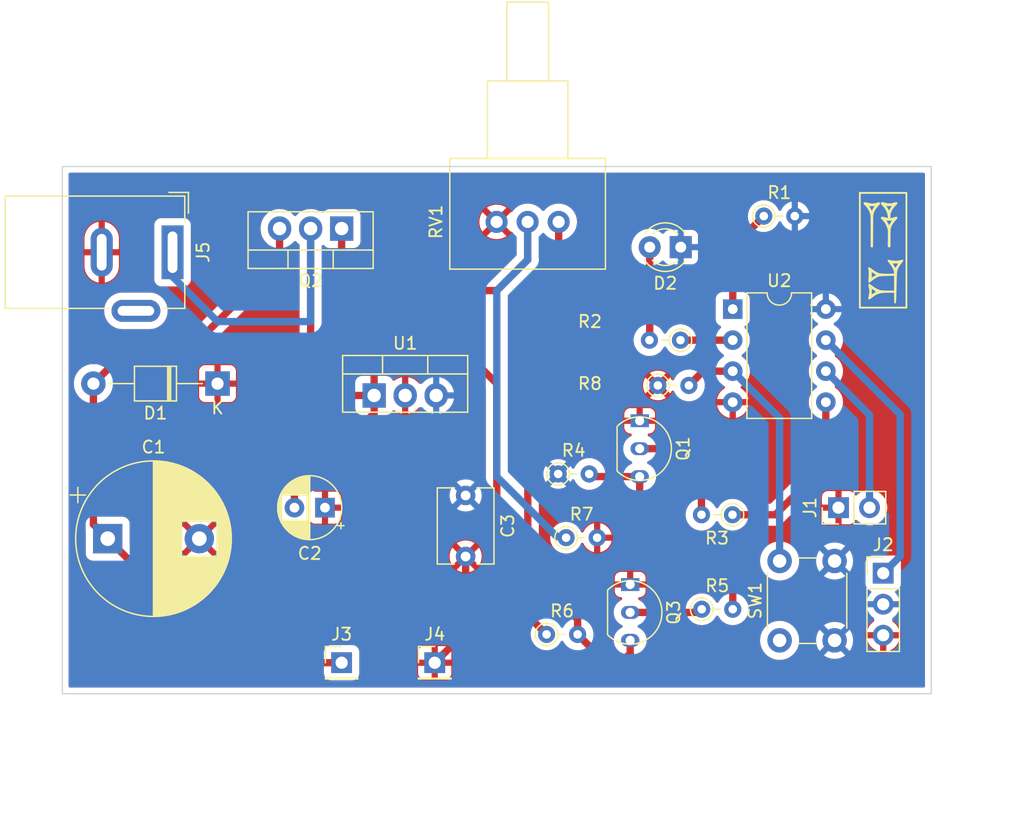
<source format=kicad_pcb>
(kicad_pcb (version 20211014) (generator pcbnew)
  (layers (0 "F.Cu" signal) (31 "B.Cu" signal) (34 "B.Paste" user) (35 "F.Paste" user) (36 "B.SilkS" user "B.Silkscreen") (37 "F.SilkS" user "F.Silkscreen") (38 "B.Mask" user) (39 "F.Mask" user) (44 "Edge.Cuts" user))
  (net 0 "")
  (net 1 "/GND")
  (net 2 "/10V")
  (net 3 "/Vcc")
  (net 4 "Net-(D2-Pad2)")
  (net 5 "Net-(J1-Pad2)")
  (net 6 "Net-(J2-Pad1)")
  (net 7 "Net-(Q1-Pad2)")
  (net 8 "Net-(Q1-Pad3)")
  (net 9 "Net-(Q2-Pad1)")
  (net 10 "Net-(Q3-Pad2)")
  (net 11 "Net-(Q3-Pad3)")
  (net 12 "Net-(R1-Pad1)")
  (net 13 "Net-(R2-Pad1)")
  (net 14 "Net-(R3-Pad1)")
  (net 15 "Net-(R8-Pad2)")
  (net 16 "/Motor")
  (footprint ".local:water6" (layer "F.Cu") (at 130.556 54.991)
    (fp_text reference "G***" hide)
    (fp_text value "LOGO" hide)
  )
  (footprint "Resistor_THT:R_Axial_DIN0204_L3.6mm_D1.6mm_P2.54mm_Vertical" (layer "F.Cu") (at 114.095 65.02 180)
    (fp_text reference "R2" (at 7.415 1.52) (layer "F.SilkS"))
    (fp_text value "220")
    (pad "1" thru_hole circle (at 0 0 180) (size 1.4 1.4) (drill 0.7) (layers *.Cu *.Mask) (net 13 "Net-(R2-Pad1)"))
    (pad "2" thru_hole oval (at 2.54 0 180) (size 1.4 1.4) (drill 0.7) (layers *.Cu *.Mask) (net 4 "Net-(D2-Pad2)"))
  )
  (footprint "Capacitor_THT:C_Disc_D6.0mm_W4.4mm_P5.00mm" (layer "F.Cu") (at 96.51 77.74 -90)
    (fp_text reference "C3" (at 2.5 -3.45 90) (layer "F.SilkS"))
    (fp_text value "0.1uF")
    (pad "1" thru_hole circle (at 0 0 270) (size 1.6 1.6) (drill 0.8) (layers *.Cu *.Mask) (net 3 "/Vcc"))
    (pad "2" thru_hole circle (at 5 0 270) (size 1.6 1.6) (drill 0.8) (layers *.Cu *.Mask) (net 1 "/GND"))
  )
  (footprint "Resistor_THT:R_Axial_DIN0204_L3.6mm_D1.6mm_P2.54mm_Vertical" (layer "F.Cu") (at 104.735 81.2)
    (fp_text reference "R7" (at 1.27 -1.92) (layer "F.SilkS"))
    (fp_text value "14k")
    (pad "1" thru_hole circle (at 0 0) (size 1.4 1.4) (drill 0.7) (layers *.Cu *.Mask) (net 9 "Net-(Q2-Pad1)"))
    (pad "2" thru_hole oval (at 2.54 0) (size 1.4 1.4) (drill 0.7) (layers *.Cu *.Mask) (net 1 "/GND"))
  )
  (footprint "Package_DIP:DIP-8_W7.62mm" (layer "F.Cu") (at 118.375 62.48)
    (fp_text reference "U2" (at 3.81 -2.33) (layer "F.SilkS"))
    (fp_text value "ATtiny13A-P")
    (pad "1" thru_hole rect (at 0 0) (size 1.6 1.6) (drill 0.8) (layers *.Cu *.Mask) (net 12 "Net-(R1-Pad1)"))
    (pad "2" thru_hole oval (at 0 2.54) (size 1.6 1.6) (drill 0.8) (layers *.Cu *.Mask) (net 13 "Net-(R2-Pad1)"))
    (pad "3" thru_hole oval (at 0 5.08) (size 1.6 1.6) (drill 0.8) (layers *.Cu *.Mask) (net 15 "Net-(R8-Pad2)"))
    (pad "4" thru_hole oval (at 0 7.62) (size 1.6 1.6) (drill 0.8) (layers *.Cu *.Mask) (net 1 "/GND"))
    (pad "5" thru_hole oval (at 7.62 7.62) (size 1.6 1.6) (drill 0.8) (layers *.Cu *.Mask) (net 14 "Net-(R3-Pad1)"))
    (pad "6" thru_hole oval (at 7.62 5.08) (size 1.6 1.6) (drill 0.8) (layers *.Cu *.Mask) (net 5 "Net-(J1-Pad2)"))
    (pad "7" thru_hole oval (at 7.62 2.54) (size 1.6 1.6) (drill 0.8) (layers *.Cu *.Mask) (net 6 "Net-(J2-Pad1)"))
    (pad "8" thru_hole oval (at 7.62 0) (size 1.6 1.6) (drill 0.8) (layers *.Cu *.Mask) (net 3 "/Vcc"))
  )
  (footprint "Button_Switch_THT:SW_PUSH_6mm_H5mm" (layer "F.Cu") (at 122.21 89.61 90)
    (fp_text reference "SW1" (at 3.25 -2 90) (layer "F.SilkS"))
    (fp_text value "SW_SPST")
    (pad "1" thru_hole circle (at 0 0 180) (size 2 2) (drill 1.1) (layers *.Cu *.Mask) (net 15 "Net-(R8-Pad2)"))
    (pad "1" thru_hole circle (at 6.5 0 180) (size 2 2) (drill 1.1) (layers *.Cu *.Mask) (net 15 "Net-(R8-Pad2)"))
    (pad "2" thru_hole circle (at 0 4.5 180) (size 2 2) (drill 1.1) (layers *.Cu *.Mask) (net 3 "/Vcc"))
    (pad "2" thru_hole circle (at 6.5 4.5 180) (size 2 2) (drill 1.1) (layers *.Cu *.Mask) (net 3 "/Vcc"))
  )
  (footprint "Connector_PinHeader_2.54mm:PinHeader_1x01_P2.54mm_Vertical" (layer "F.Cu") (at 93.98 91.44)
    (fp_text reference "J4" (at 0 -2.33) (layer "F.SilkS"))
    (fp_text value "Conn_01x01_Male")
    (pad "1" thru_hole rect (at 0 0) (size 1.7 1.7) (drill 1) (layers *.Cu *.Mask) (net 1 "/GND"))
  )
  (footprint "Package_TO_SOT_THT:TO-92_Inline" (layer "F.Cu") (at 110.755 72.64 -90)
    (fp_text reference "Q1" (at 1.27 -3.56 90) (layer "F.SilkS"))
    (fp_text value "2N3904")
    (pad "1" thru_hole rect (at -1.016 0 270) (size 1.05 1.5) (drill 0.75) (layers *.Cu *.Mask) (net 1 "/GND"))
    (pad "2" thru_hole oval (at 1.27 0 270) (size 1.05 1.5) (drill 0.75) (layers *.Cu *.Mask) (net 7 "Net-(Q1-Pad2)"))
    (pad "3" thru_hole oval (at 3.556 0 270) (size 1.05 1.5) (drill 0.75) (layers *.Cu *.Mask) (net 8 "Net-(Q1-Pad3)"))
  )
  (footprint "Capacitor_THT:CP_Radial_D5.0mm_P2.50mm" (layer "F.Cu") (at 84.99721 78.74 180)
    (fp_text reference "C2" (at 1.25 -3.75) (layer "F.SilkS"))
    (fp_text value "10uF")
    (pad "1" thru_hole rect (at 0 0 180) (size 1.6 1.6) (drill 0.8) (layers *.Cu *.Mask) (net 1 "/GND"))
    (pad "2" thru_hole circle (at 2.5 0 180) (size 1.6 1.6) (drill 0.8) (layers *.Cu *.Mask) (net 2 "/10V"))
  )
  (footprint ".local:tree1" (layer "F.Cu") (at 130.556 60.071)
    (fp_text reference "G***" hide)
    (fp_text value "LOGO" hide)
  )
  (footprint "Capacitor_THT:CP_Radial_D12.5mm_P7.50mm" (layer "F.Cu") (at 67.21 81.28)
    (fp_text reference "C1" (at 3.75 -7.5) (layer "F.SilkS"))
    (fp_text value "470uF")
    (pad "1" thru_hole rect (at 0 0) (size 2.4 2.4) (drill 1.2) (layers *.Cu *.Mask) (net 16 "/Motor"))
    (pad "2" thru_hole circle (at 7.5 0) (size 2.4 2.4) (drill 1.2) (layers *.Cu *.Mask) (net 1 "/GND"))
  )
  (footprint "Resistor_THT:R_Axial_DIN0204_L3.6mm_D1.6mm_P2.54mm_Vertical" (layer "F.Cu") (at 112.245 68.73)
    (fp_text reference "R8" (at -5.565 -0.15) (layer "F.SilkS"))
    (fp_text value "10k")
    (pad "1" thru_hole circle (at 0 0) (size 1.4 1.4) (drill 0.7) (layers *.Cu *.Mask) (net 1 "/GND"))
    (pad "2" thru_hole oval (at 2.54 0) (size 1.4 1.4) (drill 0.7) (layers *.Cu *.Mask) (net 15 "Net-(R8-Pad2)"))
  )
  (footprint "Package_TO_SOT_THT:TO-220-3_Vertical" (layer "F.Cu") (at 86.36 55.88 180)
    (fp_text reference "Q2" (at 2.54 -4.27) (layer "F.SilkS"))
    (fp_text value "IRF540N")
    (pad "1" thru_hole rect (at 0 0 180) (size 1.905 2) (drill 1.1) (layers *.Cu *.Mask) (net 9 "Net-(Q2-Pad1)"))
    (pad "2" thru_hole oval (at 2.54 0 180) (size 1.905 2) (drill 1.1) (layers *.Cu *.Mask) (net 2 "/10V"))
    (pad "3" thru_hole oval (at 5.08 0 180) (size 1.905 2) (drill 1.1) (layers *.Cu *.Mask) (net 16 "/Motor"))
  )
  (footprint "Connector_BarrelJack:BarrelJack_Wuerth_6941xx301002" (layer "F.Cu") (at 72.52 57.82 -90)
    (fp_text reference "J5" (at 0 -2.5 90) (layer "F.SilkS"))
    (fp_text value "Conn_01x02_Male")
    (pad "1" thru_hole rect (at 0 0 270) (size 4.4 1.8) (drill oval 3.4 0.8) (layers *.Cu *.Mask) (net 2 "/10V"))
    (pad "2" thru_hole oval (at 0 5.8 270) (size 4 1.8) (drill oval 3 0.8) (layers *.Cu *.Mask) (net 1 "/GND"))
    (pad "3" thru_hole oval (at 4.8 3) (size 4 1.8) (drill oval 3 0.8) (layers *.Cu *.Mask))
  )
  (footprint "Resistor_THT:R_Axial_DIN0204_L3.6mm_D1.6mm_P2.54mm_Vertical" (layer "F.Cu") (at 118.355 79.32 180)
    (fp_text reference "R3" (at 1.27 -1.92) (layer "F.SilkS"))
    (fp_text value "1.8k")
    (pad "1" thru_hole circle (at 0 0 180) (size 1.4 1.4) (drill 0.7) (layers *.Cu *.Mask) (net 14 "Net-(R3-Pad1)"))
    (pad "2" thru_hole oval (at 2.54 0 180) (size 1.4 1.4) (drill 0.7) (layers *.Cu *.Mask) (net 7 "Net-(Q1-Pad2)"))
  )
  (footprint "Diode_THT:D_T-1_P10.16mm_Horizontal" (layer "F.Cu") (at 76.2 68.58 180)
    (fp_text reference "D1" (at 5.08 -2.42 180) (layer "F.SilkS"))
    (fp_text value "DIODE")
    (fp_text user "K" (at 0 -2 180) (layer "F.SilkS"))
    (pad "1" thru_hole rect (at 0 0 180) (size 2 2) (drill 1) (layers *.Cu *.Mask) (net 1 "/GND"))
    (pad "2" thru_hole oval (at 10.16 0 180) (size 2 2) (drill 1) (layers *.Cu *.Mask) (net 16 "/Motor"))
  )
  (footprint "Resistor_THT:R_Axial_DIN0204_L3.6mm_D1.6mm_P2.54mm_Vertical" (layer "F.Cu") (at 103.135 89.120886)
    (fp_text reference "R6" (at 1.27 -1.92) (layer "F.SilkS"))
    (fp_text value "220")
    (pad "1" thru_hole circle (at 0 0) (size 1.4 1.4) (drill 0.7) (layers *.Cu *.Mask) (net 2 "/10V"))
    (pad "2" thru_hole oval (at 2.54 0) (size 1.4 1.4) (drill 0.7) (layers *.Cu *.Mask) (net 11 "Net-(Q3-Pad3)"))
  )
  (footprint "LED_THT:LED_D3.0mm" (layer "F.Cu") (at 114.11722 57.402856 180)
    (fp_text reference "D2" (at 1.27 -2.96) (layer "F.SilkS"))
    (fp_text value "LED")
    (pad "1" thru_hole rect (at 0 0 180) (size 1.8 1.8) (drill 0.9) (layers *.Cu *.Mask) (net 3 "/Vcc"))
    (pad "2" thru_hole circle (at 2.54 0 180) (size 1.8 1.8) (drill 0.9) (layers *.Cu *.Mask) (net 4 "Net-(D2-Pad2)"))
  )
  (footprint "Connector_PinHeader_2.54mm:PinHeader_1x03_P2.54mm_Vertical" (layer "F.Cu") (at 130.69 84.11)
    (fp_text reference "J2" (at 0 -2.33) (layer "F.SilkS"))
    (fp_text value "Conn_01x03_Male")
    (pad "1" thru_hole rect (at 0 0) (size 1.7 1.7) (drill 1) (layers *.Cu *.Mask) (net 6 "Net-(J2-Pad1)"))
    (pad "2" thru_hole oval (at 0 2.54) (size 1.7 1.7) (drill 1) (layers *.Cu *.Mask) (net 3 "/Vcc"))
    (pad "3" thru_hole oval (at 0 5.08) (size 1.7 1.7) (drill 1) (layers *.Cu *.Mask) (net 1 "/GND"))
  )
  (footprint "Package_TO_SOT_THT:TO-92_Inline" (layer "F.Cu") (at 109.97837 86.050886 -90)
    (fp_text reference "Q3" (at 1.27 -3.56 90) (layer "F.SilkS"))
    (fp_text value "2N3904")
    (pad "1" thru_hole rect (at -1.016 0 270) (size 1.05 1.5) (drill 0.75) (layers *.Cu *.Mask) (net 1 "/GND"))
    (pad "2" thru_hole oval (at 1.27 0 270) (size 1.05 1.5) (drill 0.75) (layers *.Cu *.Mask) (net 10 "Net-(Q3-Pad2)"))
    (pad "3" thru_hole oval (at 3.556 0 270) (size 1.05 1.5) (drill 0.75) (layers *.Cu *.Mask) (net 11 "Net-(Q3-Pad3)"))
  )
  (footprint "Potentiometer_THT:Potentiometer_Vishay_148-149_Single_Horizontal" (layer "F.Cu") (at 104.125 55.335 90)
    (fp_text reference "RV1" (at 0 -10.04 90) (layer "F.SilkS"))
    (fp_text value "R_Potentiometer")
    (pad "1" thru_hole circle (at 0 0 90) (size 1.8 1.8) (drill 1) (layers *.Cu *.Mask) (net 11 "Net-(Q3-Pad3)"))
    (pad "2" thru_hole circle (at 0 -2.54 90) (size 1.8 1.8) (drill 1) (layers *.Cu *.Mask) (net 9 "Net-(Q2-Pad1)"))
    (pad "3" thru_hole circle (at 0 -5.08 90) (size 1.8 1.8) (drill 1) (layers *.Cu *.Mask) (net 1 "/GND"))
  )
  (footprint "Resistor_THT:R_Axial_DIN0204_L3.6mm_D1.6mm_P2.54mm_Vertical" (layer "F.Cu") (at 120.915 54.86)
    (fp_text reference "R1" (at 1.27 -1.92) (layer "F.SilkS"))
    (fp_text value "10k")
    (pad "1" thru_hole circle (at 0 0) (size 1.4 1.4) (drill 0.7) (layers *.Cu *.Mask) (net 12 "Net-(R1-Pad1)"))
    (pad "2" thru_hole oval (at 2.54 0) (size 1.4 1.4) (drill 0.7) (layers *.Cu *.Mask) (net 3 "/Vcc"))
  )
  (footprint "Resistor_THT:R_Axial_DIN0204_L3.6mm_D1.6mm_P2.54mm_Vertical" (layer "F.Cu") (at 115.835 87.06)
    (fp_text reference "R5" (at 1.27 -1.92) (layer "F.SilkS"))
    (fp_text value "1.6k")
    (pad "1" thru_hole circle (at 0 0) (size 1.4 1.4) (drill 0.7) (layers *.Cu *.Mask) (net 10 "Net-(Q3-Pad2)"))
    (pad "2" thru_hole oval (at 2.54 0) (size 1.4 1.4) (drill 0.7) (layers *.Cu *.Mask) (net 8 "Net-(Q1-Pad3)"))
  )
  (footprint "Resistor_THT:R_Axial_DIN0204_L3.6mm_D1.6mm_P2.54mm_Vertical" (layer "F.Cu") (at 104.085 75.98)
    (fp_text reference "R4" (at 1.27 -1.92) (layer "F.SilkS"))
    (fp_text value "220")
    (pad "1" thru_hole circle (at 0 0) (size 1.4 1.4) (drill 0.7) (layers *.Cu *.Mask) (net 3 "/Vcc"))
    (pad "2" thru_hole oval (at 2.54 0) (size 1.4 1.4) (drill 0.7) (layers *.Cu *.Mask) (net 8 "Net-(Q1-Pad3)"))
  )
  (footprint "Connector_PinHeader_2.54mm:PinHeader_1x01_P2.54mm_Vertical" (layer "F.Cu") (at 86.36 91.44)
    (fp_text reference "J3" (at 0 -2.33) (layer "F.SilkS"))
    (fp_text value "Conn_01x01_Male")
    (pad "1" thru_hole rect (at 0 0) (size 1.7 1.7) (drill 1) (layers *.Cu *.Mask) (net 16 "/Motor"))
  )
  (footprint "Package_TO_SOT_THT:TO-220-3_Vertical" (layer "F.Cu") (at 89.02 69.55)
    (fp_text reference "U1" (at 2.54 -4.27) (layer "F.SilkS"))
    (fp_text value "L7805")
    (pad "1" thru_hole rect (at 0 0) (size 1.905 2) (drill 1.1) (layers *.Cu *.Mask) (net 2 "/10V"))
    (pad "2" thru_hole oval (at 2.54 0) (size 1.905 2) (drill 1.1) (layers *.Cu *.Mask) (net 1 "/GND"))
    (pad "3" thru_hole oval (at 5.08 0) (size 1.905 2) (drill 1.1) (layers *.Cu *.Mask) (net 3 "/Vcc"))
  )
  (footprint "Connector_PinHeader_2.54mm:PinHeader_1x02_P2.54mm_Vertical" (layer "F.Cu") (at 127.03 78.74 90)
    (fp_text reference "J1" (at 0 -2.33 90) (layer "F.SilkS"))
    (fp_text value "Conn_01x02_Male")
    (pad "1" thru_hole rect (at 0 0 90) (size 1.7 1.7) (drill 1) (layers *.Cu *.Mask) (net 1 "/GND"))
    (pad "2" thru_hole oval (at 0 2.54 90) (size 1.7 1.7) (drill 1) (layers *.Cu *.Mask) (net 5 "Net-(J1-Pad2)"))
  )
  (gr_rect (start 128.778 52.959) (end 132.588 62.357) (layer "F.SilkS") (width 0.15) (fill none))
  (gr_rect (start 63.5 50.8) (end 134.62 93.98) (layer "Edge.Cuts") (width 0.1) (fill none))
  (segment (start 96.51 82.74) (end 96.51 88.91) (width 0.6) (layer "F.Cu") (net 1))
  (segment (start 96.51 88.91) (end 93.98 91.44) (width 0.6) (layer "F.Cu") (net 1))
  (segment (start 93.98 63.5) (end 99.06 68.58) (width 0.6) (layer "F.Cu") (net 2))
  (segment (start 87.33 69.55) (end 83.82 66.04) (width 0.6) (layer "F.Cu") (net 2))
  (segment (start 99.06 85.045886) (end 103.135 89.120886) (width 0.6) (layer "F.Cu") (net 2))
  (segment (start 89.02 69.55) (end 87.33 69.55) (width 0.6) (layer "F.Cu") (net 2))
  (segment (start 89.02 65.92) (end 91.44 63.5) (width 0.6) (layer "F.Cu") (net 2))
  (segment (start 82.49721 77.52279) (end 89.02 71) (width 0.6) (layer "F.Cu") (net 2))
  (segment (start 89.02 71) (end 89.02 69.55) (width 0.6) (layer "F.Cu") (net 2))
  (segment (start 89.02 69.55) (end 89.02 65.92) (width 0.6) (layer "F.Cu") (net 2))
  (segment (start 99.06 68.58) (end 99.06 85.045886) (width 0.6) (layer "F.Cu") (net 2))
  (segment (start 82.49721 78.74) (end 82.49721 77.52279) (width 0.6) (layer "F.Cu") (net 2))
  (segment (start 83.82 66.04) (end 83.82 55.88) (width 0.6) (layer "F.Cu") (net 2))
  (segment (start 91.44 63.5) (end 93.98 63.5) (width 0.6) (layer "F.Cu") (net 2))
  (segment (start 76.2 63.5) (end 83.82 63.5) (width 0.6) (layer "B.Cu") (net 2))
  (segment (start 72.52 57.82) (end 72.52 59.82) (width 0.6) (layer "B.Cu") (net 2))
  (segment (start 83.82 63.5) (end 83.82 55.88) (width 0.6) (layer "B.Cu") (net 2))
  (segment (start 72.52 59.82) (end 76.2 63.5) (width 0.6) (layer "B.Cu") (net 2))
  (segment (start 111.57722 57.402856) (end 111.57722 64.99778) (width 0.6) (layer "F.Cu") (net 4))
  (segment (start 111.57722 64.99778) (end 111.555 65.02) (width 0.6) (layer "F.Cu") (net 4))
  (segment (start 129.57 71.135) (end 129.57 78.74) (width 0.6) (layer "B.Cu") (net 5))
  (segment (start 125.995 67.56) (end 129.57 71.135) (width 0.6) (layer "B.Cu") (net 5))
  (segment (start 132.08 71.105) (end 132.08 82.72) (width 0.6) (layer "B.Cu") (net 6))
  (segment (start 125.995 65.02) (end 132.08 71.105) (width 0.6) (layer "B.Cu") (net 6))
  (segment (start 132.08 82.72) (end 130.69 84.11) (width 0.6) (layer "B.Cu") (net 6))
  (segment (start 115.815 75.2) (end 115.815 79.32) (width 0.6) (layer "F.Cu") (net 7))
  (segment (start 110.755 73.91) (end 114.565 73.91) (width 0.6) (layer "F.Cu") (net 7))
  (segment (start 114.565 73.91) (end 115.835 75.18) (width 0.6) (layer "F.Cu") (net 7))
  (segment (start 115.835 75.18) (end 115.815 75.2) (width 0.6) (layer "F.Cu") (net 7))
  (segment (start 110.755 80.26) (end 110.755 76.196) (width 0.6) (layer "F.Cu") (net 8))
  (segment (start 118.375 85.34) (end 115.835 82.8) (width 0.6) (layer "F.Cu") (net 8))
  (segment (start 106.841 76.196) (end 106.625 75.98) (width 0.6) (layer "F.Cu") (net 8))
  (segment (start 115.835 82.8) (end 113.295 82.8) (width 0.6) (layer "F.Cu") (net 8))
  (segment (start 113.295 82.8) (end 110.755 80.26) (width 0.6) (layer "F.Cu") (net 8))
  (segment (start 118.375 87.06) (end 118.375 85.34) (width 0.6) (layer "F.Cu") (net 8))
  (segment (start 110.755 76.196) (end 106.841 76.196) (width 0.6) (layer "F.Cu") (net 8))
  (segment (start 88.9 60.96) (end 99.06 60.96) (width 0.6) (layer "F.Cu") (net 9))
  (segment (start 86.36 58.42) (end 86.36 55.88) (width 0.6) (layer "F.Cu") (net 9))
  (segment (start 88.9 60.96) (end 86.36 58.42) (width 0.6) (layer "F.Cu") (net 9))
  (segment (start 99.06 60.96) (end 101.585 58.435) (width 0.6) (layer "F.Cu") (net 9))
  (segment (start 101.585 58.435) (end 101.585 55.335) (width 0.6) (layer "F.Cu") (net 9))
  (segment (start 99.06 76.2) (end 99.06 60.96) (width 0.6) (layer "B.Cu") (net 9))
  (segment (start 103.975 81.115) (end 99.06 76.2) (width 0.6) (layer "B.Cu") (net 9))
  (segment (start 101.585 58.405) (end 101.585 55.335) (width 0.6) (layer "B.Cu") (net 9))
  (segment (start 101.6 58.42) (end 101.585 58.405) (width 0.6) (layer "B.Cu") (net 9))
  (segment (start 104.735 81.2) (end 104.65 81.115) (width 0.6) (layer "B.Cu") (net 9))
  (segment (start 104.65 81.115) (end 103.975 81.115) (width 0.6) (layer "B.Cu") (net 9))
  (segment (start 99.06 60.96) (end 101.6 58.42) (width 0.6) (layer "B.Cu") (net 9))
  (segment (start 109.97837 87.320886) (end 115.574114 87.320886) (width 0.6) (layer "F.Cu") (net 10))
  (segment (start 115.574114 87.320886) (end 115.835 87.06) (width 0.6) (layer "F.Cu") (net 10))
  (segment (start 107.994114 91.44) (end 109.22 91.44) (width 0.6) (layer "F.Cu") (net 11))
  (segment (start 101.6 60.96) (end 104.14 58.42) (width 0.6) (layer "F.Cu") (net 11))
  (segment (start 109.22 91.44) (end 109.97837 90.68163) (width 0.6) (layer "F.Cu") (net 11))
  (segment (start 105.675 89.120886) (end 107.994114 91.44) (width 0.6) (layer "F.Cu") (net 11))
  (segment (start 104.14 58.42) (end 104.125 58.405) (width 0.6) (layer "F.Cu") (net 11))
  (segment (start 101.6 83.805) (end 101.6 60.96) (width 0.6) (layer "F.Cu") (net 11))
  (segment (start 109.97837 90.68163) (end 109.97837 89.606886) (width 0.6) (layer "F.Cu") (net 11))
  (segment (start 105.675 89.120886) (end 105.675 87.88) (width 0.6) (layer "F.Cu") (net 11))
  (segment (start 105.675 87.88) (end 101.6 83.805) (width 0.6) (layer "F.Cu") (net 11))
  (segment (start 104.125 58.405) (end 104.125 55.335) (width 0.6) (layer "F.Cu") (net 11))
  (segment (start 118.375 62.48) (end 118.375 57.4) (width 0.6) (layer "F.Cu") (net 12))
  (segment (start 118.375 57.4) (end 120.915 54.86) (width 0.6) (layer "F.Cu") (net 12))
  (segment (start 114.095 65.02) (end 118.375 65.02) (width 0.6) (layer "F.Cu") (net 13))
  (segment (start 118.355 79.32) (end 121.855 79.32) (width 0.6) (layer "F.Cu") (net 14))
  (segment (start 125.995 75.18) (end 125.995 70.1) (width 0.6) (layer "F.Cu") (net 14))
  (segment (start 121.855 79.32) (end 125.995 75.18) (width 0.6) (layer "F.Cu") (net 14))
  (segment (start 114.785 68.73) (end 115.955 67.56) (width 0.6) (layer "F.Cu") (net 15))
  (segment (start 115.955 67.56) (end 118.375 67.56) (width 0.6) (layer "F.Cu") (net 15))
  (segment (start 122.21 83.11) (end 122.21 71.395) (width 0.6) (layer "B.Cu") (net 15))
  (segment (start 122.21 71.395) (end 118.375 67.56) (width 0.6) (layer "B.Cu") (net 15))
  (segment (start 77.37 91.44) (end 86.36 91.44) (width 0.6) (layer "F.Cu") (net 16))
  (segment (start 73.66 66.04) (end 81.28 58.42) (width 0.6) (layer "F.Cu") (net 16))
  (segment (start 66.04 68.58) (end 66.04 80.11) (width 0.6) (layer "F.Cu") (net 16))
  (segment (start 67.21 81.28) (end 77.37 91.44) (width 0.6) (layer "F.Cu") (net 16))
  (segment (start 68.58 66.04) (end 73.66 66.04) (width 0.6) (layer "F.Cu") (net 16))
  (segment (start 66.04 80.11) (end 67.21 81.28) (width 0.6) (layer "F.Cu") (net 16))
  (segment (start 66.04 68.58) (end 68.58 66.04) (width 0.6) (layer "F.Cu") (net 16))
  (segment (start 81.28 58.42) (end 81.28 55.88) (width 0.6) (layer "F.Cu") (net 16))
  (zone (net 1) (net_name "/GND") (layer "F.Cu") (connect_pads (clearance 0.508)) (min_thickness 0.254) (fill yes (thermal_gap 0.508) (thermal_bridge_width 0.508))
    (polygon (pts (xy 137.16 96.52) (xy 60.96 99.06) (xy 60.96 48.26) (xy 137.16 48.26)))
  )
  (zone (net 3) (net_name "/Vcc") (layer "B.Cu") (connect_pads (clearance 0.508)) (min_thickness 0.254) (fill yes (thermal_gap 0.508) (thermal_bridge_width 0.508))
    (polygon (pts (xy 142.24 104.14) (xy 58.42 101.6) (xy 58.42 45.72) (xy 142.24 45.72)))
  )
)
</source>
